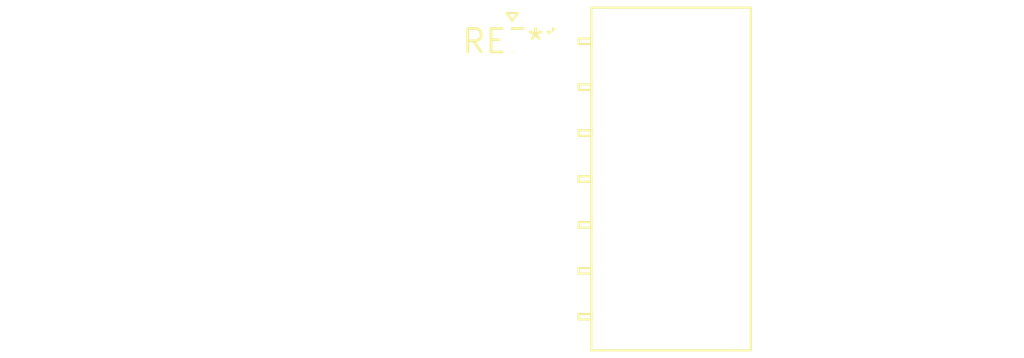
<source format=kicad_pcb>
(kicad_pcb (version 20240108) (generator pcbnew)
  (layers (0 "F.Cu" signal) (31 "B.Cu" signal) (34 "B.Paste" user) (35 "F.Paste" user) (36 "B.SilkS" user "B.Silkscreen") (37 "F.SilkS" user "F.Silkscreen") (38 "B.Mask" user) (39 "F.Mask" user) (44 "Edge.Cuts" user))
  (net 0 "")
  (footprint "Molex_Nano-Fit_105314-xx14_2x07_P2.50mm_Horizontal" (layer "F.Cu") (at 0 0)
    (property "Reference" "REF**")
    (property "Value" "Molex_Nano-Fit_105314-xx14_2x07_P2.50mm_Horizontal")
    (fp_line (start -0.3 -1.534264) (end 0 -1.11) (layer "F.SilkS") (stroke (width 0.12)))
    (fp_line (start 0 -1.11) (end 0.3 -1.534264) (layer "F.SilkS") (stroke (width 0.12)))
    (fp_line (start 0.3 -1.534264) (end -0.3 -1.534264) (layer "F.SilkS") (stroke (width 0.12)))
    (fp_line (start 3.61 -0.15) (end 3.61 0.15) (layer "F.SilkS") (stroke (width 0.12)))
    (fp_line (start 3.61 0.15) (end 4.31 0.15) (layer "F.SilkS") (stroke (width 0.12)))
    (fp_line (start 3.61 2.35) (end 3.61 2.65) (layer "F.SilkS") (stroke (width 0.12)))
    (fp_line (start 3.61 2.65) (end 4.31 2.65) (layer "F.SilkS") (stroke (width 0.12)))
    (fp_line (start 3.61 4.85) (end 3.61 5.15) (layer "F.SilkS") (stroke (width 0.12)))
    (fp_line (start 3.61 5.15) (end 4.31 5.15) (layer "F.SilkS") (stroke (width 0.12)))
    (fp_line (start 3.61 7.35) (end 3.61 7.65) (layer "F.SilkS") (stroke (width 0.12)))
    (fp_line (start 3.61 7.65) (end 4.31 7.65) (layer "F.SilkS") (stroke (width 0.12)))
    (fp_line (start 3.61 9.85) (end 3.61 10.15) (layer "F.SilkS") (stroke (width 0.12)))
    (fp_line (start 3.61 10.15) (end 4.31 10.15) (layer "F.SilkS") (stroke (width 0.12)))
    (fp_line (start 3.61 12.35) (end 3.61 12.65) (layer "F.SilkS") (stroke (width 0.12)))
    (fp_line (start 3.61 12.65) (end 4.31 12.65) (layer "F.SilkS") (stroke (width 0.12)))
    (fp_line (start 3.61 14.85) (end 3.61 15.15) (layer "F.SilkS") (stroke (width 0.12)))
    (fp_line (start 3.61 15.15) (end 4.31 15.15) (layer "F.SilkS") (stroke (width 0.12)))
    (fp_line (start 4.31 -1.83) (end 4.31 16.83) (layer "F.SilkS") (stroke (width 0.12)))
    (fp_line (start 4.31 -0.15) (end 3.61 -0.15) (layer "F.SilkS") (stroke (width 0.12)))
    (fp_line (start 4.31 0.15) (end 4.31 -0.15) (layer "F.SilkS") (stroke (width 0.12)))
    (fp_line (start 4.31 2.35) (end 3.61 2.35) (layer "F.SilkS") (stroke (width 0.12)))
    (fp_line (start 4.31 2.65) (end 4.31 2.35) (layer "F.SilkS") (stroke (width 0.12)))
    (fp_line (start 4.31 4.85) (end 3.61 4.85) (layer "F.SilkS") (stroke (width 0.12)))
    (fp_line (start 4.31 5.15) (end 4.31 4.85) (layer "F.SilkS") (stroke (width 0.12)))
    (fp_line (start 4.31 7.35) (end 3.61 7.35) (layer "F.SilkS") (stroke (width 0.12)))
    (fp_line (start 4.31 7.65) (end 4.31 7.35) (layer "F.SilkS") (stroke (width 0.12)))
    (fp_line (start 4.31 9.85) (end 3.61 9.85) (layer "F.SilkS") (stroke (width 0.12)))
    (fp_line (start 4.31 10.15) (end 4.31 9.85) (layer "F.SilkS") (stroke (width 0.12)))
    (fp_line (start 4.31 12.35) (end 3.61 12.35) (layer "F.SilkS") (stroke (width 0.12)))
    (fp_line (start 4.31 12.65) (end 4.31 12.35) (layer "F.SilkS") (stroke (width 0.12)))
    (fp_line (start 4.31 14.85) (end 3.61 14.85) (layer "F.SilkS") (stroke (width 0.12)))
    (fp_line (start 4.31 15.15) (end 4.31 14.85) (layer "F.SilkS") (stroke (width 0.12)))
    (fp_line (start 4.31 16.83) (end 12.99 16.83) (layer "F.SilkS") (stroke (width 0.12)))
    (fp_line (start 12.99 -1.83) (end 4.31 -1.83) (layer "F.SilkS") (stroke (width 0.12)))
    (fp_line (start 12.99 16.83) (end 12.99 -1.83) (layer "F.SilkS") (stroke (width 0.12)))
    (pad "" np_thru_hole circle (at 9.68 0) (size 1.7 1.7) (drill 1.7) (layers *.Cu *.Mask))
    (pad "" np_thru_hole circle (at 9.68 15) (size 1.7 1.7) (drill 1.7) (layers *.Cu *.Mask))
    (pad "1" thru_hole roundrect (at 0 0) (size 1.7 1.7) (drill 1.2) (layers *.Cu *.Mask) (remove_unused_layers) (roundrect_rratio 0.147059))
    (pad "2" thru_hole circle (at 0 2.5) (size 1.7 1.7) (drill 1.2) (layers *.Cu *.Mask) (remove_unused_layers))
    (pad "3" thru_hole circle (at 0 5) (size 1.7 1.7) (drill 1.2) (layers *.Cu *.Mask) (remove_unused_layers))
    (pad "4" thru_hole circle (at 0 7.5) (size 1.7 1.7) (drill 1.2) (layers *.Cu *.Mask) (remove_unused_layers))
    (pad "5" thru_hole circle (at 0 10) (size 1.7 1.7) (drill 1.2) (layers *.Cu *.Mask) (remove_unused_layers))
    (pad "6" thru_hole circle (at 0 12.5) (size 1.7 1.7) (drill 1.2) (layers *.Cu *.Mask) (remove_unused_layers))
    (pad "7" thru_hole circle (at 0 15) (size 1.7 1.7) (drill 1.2) (layers *.Cu *.Mask) (remove_unused_layers))
    (pad "8" thru_hole circle (at 2.5 0) (size 1.7 1.7) (drill 1.2) (layers *.Cu *.Mask) (remove_unused_layers))
    (pad "9" thru_hole circle (at 2.5 2.5) (size 1.7 1.7) (drill 1.2) (layers *.Cu *.Mask) (remove_unused_layers))
    (pad "10" thru_hole circle (at 2.5 5) (size 1.7 1.7) (drill 1.2) (layers *.Cu *.Mask) (remove_unused_layers))
    (pad "11" thru_hole circle (at 2.5 7.5) (size 1.7 1.7) (drill 1.2) (layers *.Cu *.Mask) (remove_unused_layers))
    (pad "12" thru_hole circle (at 2.5 10) (size 1.7 1.7) (drill 1.2) (layers *.Cu *.Mask) (remove_unused_layers))
    (pad "13" thru_hole circle (at 2.5 12.5) (size 1.7 1.7) (drill 1.2) (layers *.Cu *.Mask) (remove_unused_layers))
    (pad "14" thru_hole circle (at 2.5 15) (size 1.7 1.7) (drill 1.2) (layers *.Cu *.Mask) (remove_unused_layers))
  )
)
</source>
